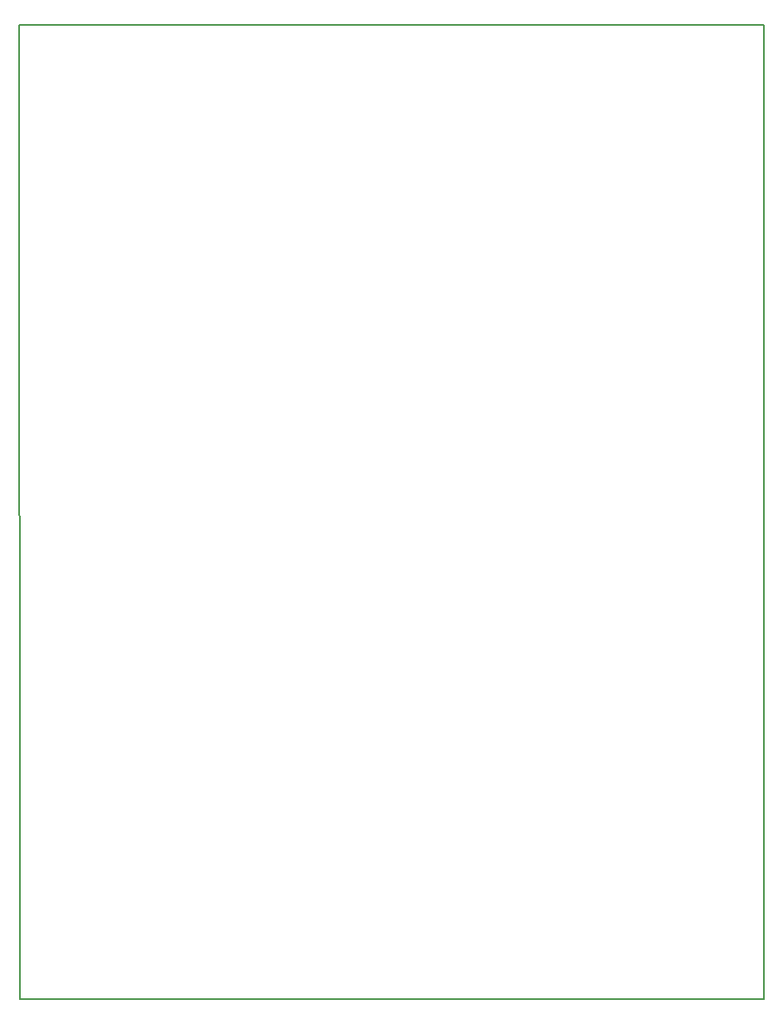
<source format=gbr>
G04 #@! TF.GenerationSoftware,KiCad,Pcbnew,(5.0.0)*
G04 #@! TF.CreationDate,2019-03-16T17:35:48-05:00*
G04 #@! TF.ProjectId,PP_UI,50505F55492E6B696361645F70636200,rev?*
G04 #@! TF.SameCoordinates,Original*
G04 #@! TF.FileFunction,Profile,NP*
%FSLAX46Y46*%
G04 Gerber Fmt 4.6, Leading zero omitted, Abs format (unit mm)*
G04 Created by KiCad (PCBNEW (5.0.0)) date 03/16/19 17:35:48*
%MOMM*%
%LPD*%
G01*
G04 APERTURE LIST*
%ADD10C,0.150000*%
G04 APERTURE END LIST*
D10*
X225953800Y-54537000D02*
X225983800Y-153797000D01*
X150070000Y-54550000D02*
X150100000Y-153810000D01*
X150080000Y-54550000D02*
X225962500Y-54537300D01*
X150101300Y-153809700D02*
X225983800Y-153797000D01*
M02*

</source>
